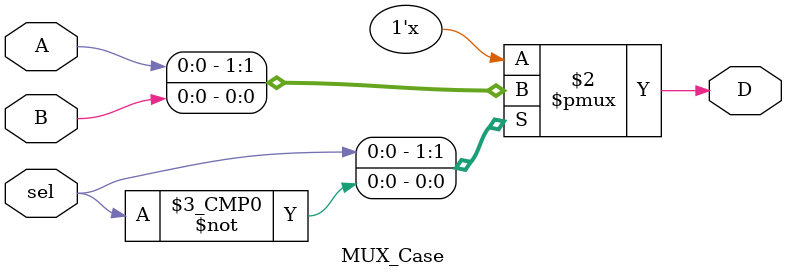
<source format=sv>
module MUX_Case(
input logic sel,
input logic A,
input logic B,
output logic D);
always_comb
begin
	case(sel)
		1'b1 : D=A;
		1'b0 : D=B;
	endcase
end
endmodule
</source>
